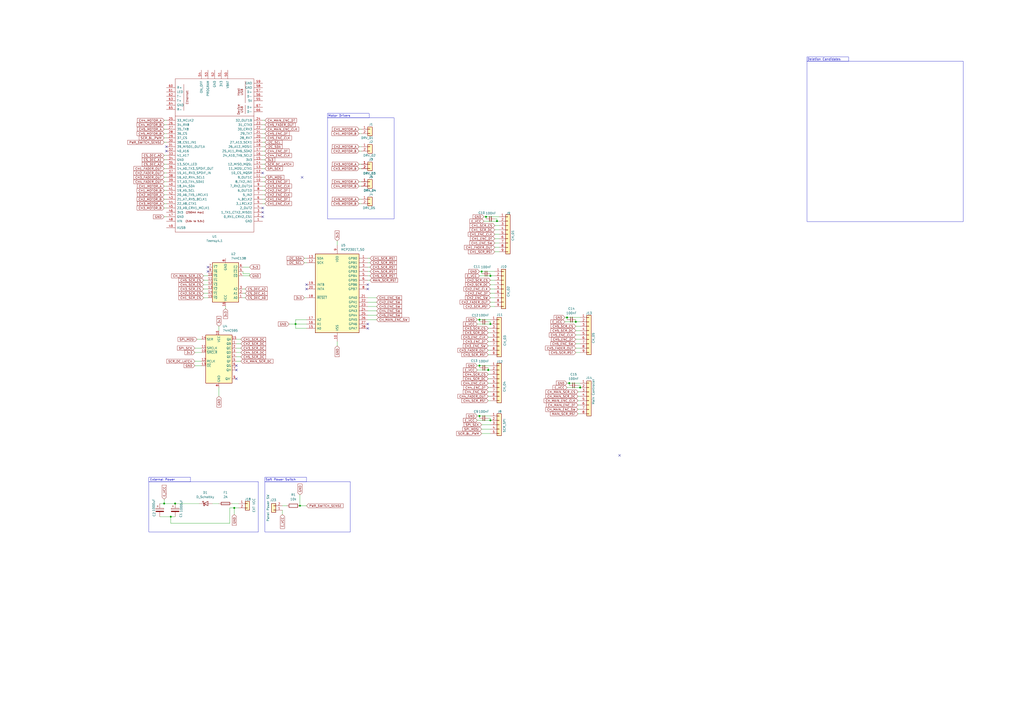
<source format=kicad_sch>
(kicad_sch (version 20250114) (generator "eeschema") (generator_version "9.0")
  (paper "A2")
  (title_block (title "FaderFlow Arduino Shield") (date "mar. 31 mars 2015"))
  (rectangle (start 468.122 33.02) (end 492.252 35.56))
  (rectangle (start 189.992 65.786) (end 214.122 68.326))
  (rectangle (start 86.36 279.4) (end 149.86 308.61))
  (rectangle (start 153.67 276.86) (end 177.8 279.4))
  (rectangle (start 189.992 68.326) (end 228.6 127))
  (rectangle (start 468.122 35.56) (end 558.8 128.524))
  (rectangle (start 86.36 276.86) (end 110.49 279.4))
  (rectangle (start 153.67 279.4) (end 203.2 308.61))
  (text "External Power" (at 94.234 278.384 0) (effects (font (size 1.27 1.27))))
  (text "Deletion Candidates" (at 478.028 34.544 0) (effects (font (size 1.27 1.27))))
  (text "Soft Power Switch" (at 162.814 278.384 0) (effects (font (size 1.27 1.27))))
  (text "Motor Drivers" (at 196.85 67.31 0) (effects (font (size 1.27 1.27))))
  (junction (at 284.48 160.02))
  (junction (at 330.2 222.25))
  (junction (at 328.93 184.15))
  (junction (at 281.94 125.73))
  (junction (at 278.13 241.3))
  (junction (at 278.13 212.09))
  (junction (at 284.48 243.84))
  (junction (at 95.25 292.1))
  (junction (at 336.55 224.79))
  (junction (at 135.89 294.64))
  (junction (at 284.48 187.96))
  (junction (at 173.99 293.37))
  (junction (at 278.13 185.42))
  (junction (at 288.29 128.27))
  (junction (at 334.01 186.69))
  (junction (at 283.21 214.63))
  (junction (at 101.6 292.1))
  (junction (at 99.06 299.72))
  (junction (at 279.4 157.48))
  (junction (at 171.45 187.96))
  (no_connect (at 152.4 120.65))
  (no_connect (at 175.26 102.87))
  (no_connect (at 359.41 264.16))
  (no_connect (at 177.8 165.1))
  (no_connect (at 137.16 212.09))
  (no_connect (at 96.52 87.63))
  (no_connect (at 96.52 85.09))
  (no_connect (at 120.65 154.94))
  (no_connect (at 152.4 125.73))
  (no_connect (at 137.16 214.63))
  (no_connect (at 177.8 167.64))
  (no_connect (at 213.36 167.64))
  (no_connect (at 213.36 165.1))
  (no_connect (at 213.36 190.5))
  (no_connect (at 152.4 123.19))
  (no_connect (at 152.4 100.33))
  (no_connect (at 213.36 187.96))
  (no_connect (at 137.16 219.71))
  (no_connect (at 120.65 157.48))
  (wire (pts (xy 334.01 189.23) (xy 336.55 189.23)))
  (wire (pts (xy 287.02 127) (xy 288.29 127)))
  (wire (pts (xy 213.36 157.48) (xy 214.63 157.48)))
  (wire (pts (xy 95.25 100.33) (xy 96.52 100.33)))
  (wire (pts (xy 130.81 177.8) (xy 130.81 179.07)))
  (wire (pts (xy 287.02 135.89) (xy 289.56 135.89)))
  (wire (pts (xy 171.45 187.96) (xy 171.45 185.42)))
  (wire (pts (xy 95.25 292.1) (xy 101.6 292.1)))
  (wire (pts (xy 113.03 201.93) (xy 116.84 201.93)))
  (wire (pts (xy 95.25 125.73) (xy 96.52 125.73)))
  (wire (pts (xy 152.4 87.63) (xy 153.67 87.63)))
  (wire (pts (xy 137.16 196.85) (xy 139.7 196.85)))
  (wire (pts (xy 208.28 87.63) (xy 209.55 87.63)))
  (wire (pts (xy 283.21 193.04) (xy 284.48 193.04)))
  (wire (pts (xy 334.01 199.39) (xy 336.55 199.39)))
  (wire (pts (xy 152.4 113.03) (xy 153.67 113.03)))
  (wire (pts (xy 287.02 130.81) (xy 289.56 130.81)))
  (wire (pts (xy 284.48 170.18) (xy 287.02 170.18)))
  (wire (pts (xy 330.2 222.25) (xy 330.2 223.52)))
  (wire (pts (xy 213.36 182.88) (xy 218.44 182.88)))
  (wire (pts (xy 278.13 241.3) (xy 284.48 241.3)))
  (wire (pts (xy 144.78 158.75) (xy 140.97 158.75)))
  (wire (pts (xy 208.28 74.93) (xy 209.55 74.93)))
  (wire (pts (xy 283.21 222.25) (xy 284.48 222.25)))
  (wire (pts (xy 140.97 170.18) (xy 142.24 170.18)))
  (wire (pts (xy 99.06 299.72) (xy 99.06 303.53)))
  (wire (pts (xy 327.66 186.69) (xy 334.01 186.69)))
  (wire (pts (xy 152.4 102.87) (xy 153.67 102.87)))
  (wire (pts (xy 328.93 184.15) (xy 328.93 185.42)))
  (wire (pts (xy 213.36 185.42) (xy 218.44 185.42)))
  (wire (pts (xy 284.48 172.72) (xy 287.02 172.72)))
  (wire (pts (xy 276.86 185.42) (xy 278.13 185.42)))
  (wire (pts (xy 208.28 115.57) (xy 209.55 115.57)))
  (wire (pts (xy 283.21 229.87) (xy 284.48 229.87)))
  (wire (pts (xy 276.86 187.96) (xy 284.48 187.96)))
  (wire (pts (xy 144.78 160.02) (xy 140.97 160.02)))
  (wire (pts (xy 334.01 194.31) (xy 336.55 194.31)))
  (wire (pts (xy 113.03 204.47) (xy 116.84 204.47)))
  (wire (pts (xy 195.58 139.7) (xy 195.58 142.24)))
  (wire (pts (xy 95.25 82.55) (xy 96.52 82.55)))
  (wire (pts (xy 283.21 198.12) (xy 284.48 198.12)))
  (wire (pts (xy 176.53 149.86) (xy 177.8 149.86)))
  (wire (pts (xy 278.13 185.42) (xy 278.13 186.69)))
  (wire (pts (xy 284.48 165.1) (xy 287.02 165.1)))
  (wire (pts (xy 152.4 115.57) (xy 153.67 115.57)))
  (wire (pts (xy 135.89 294.64) (xy 135.89 298.45)))
  (wire (pts (xy 213.36 162.56) (xy 214.63 162.56)))
  (wire (pts (xy 276.86 241.3) (xy 278.13 241.3)))
  (wire (pts (xy 152.4 74.93) (xy 153.67 74.93)))
  (wire (pts (xy 334.01 204.47) (xy 336.55 204.47)))
  (wire (pts (xy 208.28 97.79) (xy 209.55 97.79)))
  (wire (pts (xy 173.99 293.37) (xy 177.8 293.37)))
  (wire (pts (xy 335.28 237.49) (xy 336.55 237.49)))
  (wire (pts (xy 101.6 292.1) (xy 115.57 292.1)))
  (wire (pts (xy 281.94 125.73) (xy 289.56 125.73)))
  (wire (pts (xy 335.28 223.52) (xy 336.55 223.52)))
  (wire (pts (xy 152.4 105.41) (xy 153.67 105.41)))
  (wire (pts (xy 328.93 184.15) (xy 336.55 184.15)))
  (wire (pts (xy 213.36 175.26) (xy 218.44 175.26)))
  (wire (pts (xy 118.11 162.56) (xy 120.65 162.56)))
  (wire (pts (xy 213.36 180.34) (xy 218.44 180.34)))
  (wire (pts (xy 327.66 184.15) (xy 328.93 184.15)))
  (wire (pts (xy 283.21 195.58) (xy 284.48 195.58)))
  (wire (pts (xy 95.25 95.25) (xy 96.52 95.25)))
  (wire (pts (xy 208.28 77.47) (xy 209.55 77.47)))
  (wire (pts (xy 208.28 95.25) (xy 209.55 95.25)))
  (wire (pts (xy 163.83 293.37) (xy 166.37 293.37)))
  (wire (pts (xy 278.13 157.48) (xy 279.4 157.48)))
  (wire (pts (xy 167.64 187.96) (xy 171.45 187.96)))
  (wire (pts (xy 92.71 292.1) (xy 95.25 292.1)))
  (wire (pts (xy 95.25 80.01) (xy 96.52 80.01)))
  (wire (pts (xy 278.13 160.02) (xy 284.48 160.02)))
  (wire (pts (xy 95.25 120.65) (xy 96.52 120.65)))
  (wire (pts (xy 284.48 177.8) (xy 287.02 177.8)))
  (wire (pts (xy 177.8 190.5) (xy 171.45 190.5)))
  (wire (pts (xy 284.48 167.64) (xy 287.02 167.64)))
  (wire (pts (xy 283.21 190.5) (xy 284.48 190.5)))
  (wire (pts (xy 152.4 82.55) (xy 153.67 82.55)))
  (wire (pts (xy 95.25 110.49) (xy 96.52 110.49)))
  (wire (pts (xy 95.25 69.85) (xy 96.52 69.85)))
  (wire (pts (xy 152.4 118.11) (xy 153.67 118.11)))
  (wire (pts (xy 95.25 72.39) (xy 96.52 72.39)))
  (wire (pts (xy 335.28 232.41) (xy 336.55 232.41)))
  (wire (pts (xy 334.01 185.42) (xy 334.01 186.69)))
  (wire (pts (xy 127 189.23) (xy 127 191.77)))
  (wire (pts (xy 118.11 167.64) (xy 120.65 167.64)))
  (wire (pts (xy 95.25 118.11) (xy 96.52 118.11)))
  (wire (pts (xy 213.36 152.4) (xy 214.63 152.4)))
  (wire (pts (xy 276.86 243.84) (xy 284.48 243.84)))
  (wire (pts (xy 208.28 85.09) (xy 209.55 85.09)))
  (wire (pts (xy 118.11 170.18) (xy 120.65 170.18)))
  (wire (pts (xy 279.4 157.48) (xy 279.4 158.75)))
  (wire (pts (xy 92.71 299.72) (xy 99.06 299.72)))
  (wire (pts (xy 288.29 128.27) (xy 289.56 128.27)))
  (wire (pts (xy 335.28 234.95) (xy 336.55 234.95)))
  (wire (pts (xy 284.48 186.69) (xy 284.48 187.96)))
  (wire (pts (xy 195.58 198.12) (xy 195.58 200.66)))
  (wire (pts (xy 213.36 172.72) (xy 218.44 172.72)))
  (wire (pts (xy 328.93 222.25) (xy 330.2 222.25)))
  (wire (pts (xy 152.4 80.01) (xy 153.67 80.01)))
  (wire (pts (xy 328.93 224.79) (xy 336.55 224.79)))
  (wire (pts (xy 336.55 223.52) (xy 336.55 224.79)))
  (wire (pts (xy 118.11 165.1) (xy 120.65 165.1)))
  (wire (pts (xy 140.97 167.64) (xy 142.24 167.64)))
  (wire (pts (xy 152.4 69.85) (xy 153.67 69.85)))
  (wire (pts (xy 152.4 97.79) (xy 153.67 97.79)))
  (wire (pts (xy 152.4 90.17) (xy 153.67 90.17)))
  (wire (pts (xy 173.99 287.02) (xy 173.99 293.37)))
  (wire (pts (xy 152.4 107.95) (xy 153.67 107.95)))
  (wire (pts (xy 283.21 214.63) (xy 284.48 214.63)))
  (wire (pts (xy 283.21 217.17) (xy 284.48 217.17)))
  (wire (pts (xy 280.67 125.73) (xy 281.94 125.73)))
  (wire (pts (xy 140.97 154.94) (xy 144.78 154.94)))
  (wire (pts (xy 287.02 133.35) (xy 289.56 133.35)))
  (wire (pts (xy 99.06 299.72) (xy 101.6 299.72)))
  (wire (pts (xy 95.25 107.95) (xy 96.52 107.95)))
  (wire (pts (xy 287.02 138.43) (xy 289.56 138.43)))
  (wire (pts (xy 283.21 186.69) (xy 284.48 186.69)))
  (wire (pts (xy 284.48 248.92) (xy 279.4 248.92)))
  (wire (pts (xy 284.48 162.56) (xy 287.02 162.56)))
  (wire (pts (xy 213.36 177.8) (xy 218.44 177.8)))
  (wire (pts (xy 278.13 241.3) (xy 278.13 242.57)))
  (wire (pts (xy 118.11 172.72) (xy 120.65 172.72)))
  (wire (pts (xy 279.4 157.48) (xy 287.02 157.48)))
  (wire (pts (xy 95.25 115.57) (xy 96.52 115.57)))
  (wire (pts (xy 152.4 95.25) (xy 153.67 95.25)))
  (wire (pts (xy 137.16 209.55) (xy 139.7 209.55)))
  (wire (pts (xy 330.2 222.25) (xy 336.55 222.25)))
  (wire (pts (xy 284.48 246.38) (xy 279.4 246.38)))
  (wire (pts (xy 335.28 227.33) (xy 336.55 227.33)))
  (wire (pts (xy 137.16 204.47) (xy 139.7 204.47)))
  (wire (pts (xy 335.28 229.87) (xy 336.55 229.87)))
  (wire (pts (xy 95.25 77.47) (xy 96.52 77.47)))
  (wire (pts (xy 283.21 232.41) (xy 284.48 232.41)))
  (wire (pts (xy 213.36 154.94) (xy 214.63 154.94)))
  (wire (pts (xy 152.4 77.47) (xy 153.67 77.47)))
  (wire (pts (xy 278.13 212.09) (xy 278.13 213.36)))
  (wire (pts (xy 95.25 113.03) (xy 96.52 113.03)))
  (wire (pts (xy 276.86 214.63) (xy 283.21 214.63)))
  (wire (pts (xy 287.02 143.51) (xy 289.56 143.51)))
  (wire (pts (xy 284.48 175.26) (xy 287.02 175.26)))
  (wire (pts (xy 278.13 185.42) (xy 284.48 185.42)))
  (wire (pts (xy 99.06 303.53) (xy 133.35 303.53)))
  (wire (pts (xy 278.13 212.09) (xy 284.48 212.09)))
  (wire (pts (xy 144.78 158.75) (xy 144.78 160.02)))
  (wire (pts (xy 208.28 107.95) (xy 209.55 107.95)))
  (wire (pts (xy 95.25 102.87) (xy 96.52 102.87)))
  (wire (pts (xy 95.25 90.17) (xy 96.52 90.17)))
  (wire (pts (xy 334.01 201.93) (xy 336.55 201.93)))
  (wire (pts (xy 140.97 158.75) (xy 140.97 157.48)))
  (wire (pts (xy 283.21 203.2) (xy 284.48 203.2)))
  (wire (pts (xy 152.4 92.71) (xy 153.67 92.71)))
  (wire (pts (xy 152.4 110.49) (xy 153.67 110.49)))
  (wire (pts (xy 176.53 172.72) (xy 177.8 172.72)))
  (wire (pts (xy 95.25 74.93) (xy 96.52 74.93)))
  (wire (pts (xy 283.21 224.79) (xy 284.48 224.79)))
  (wire (pts (xy 334.01 196.85) (xy 336.55 196.85)))
  (wire (pts (xy 213.36 160.02) (xy 214.63 160.02)))
  (wire (pts (xy 284.48 251.46) (xy 279.4 251.46)))
  (wire (pts (xy 283.21 227.33) (xy 284.48 227.33)))
  (wire (pts (xy 283.21 213.36) (xy 283.21 214.63)))
  (wire (pts (xy 137.16 199.39) (xy 139.7 199.39)))
  (wire (pts (xy 123.19 292.1) (xy 127 292.1)))
  (wire (pts (xy 283.21 242.57) (xy 284.48 242.57)))
  (wire (pts (xy 135.89 294.64) (xy 138.43 294.64)))
  (wire (pts (xy 152.4 85.09) (xy 153.67 85.09)))
  (wire (pts (xy 287.02 140.97) (xy 289.56 140.97)))
  (wire (pts (xy 134.62 292.1) (xy 138.43 292.1)))
  (wire (pts (xy 163.83 295.91) (xy 163.83 298.45)))
  (wire (pts (xy 113.03 212.09) (xy 116.84 212.09)))
  (wire (pts (xy 213.36 149.86) (xy 214.63 149.86)))
  (wire (pts (xy 140.97 172.72) (xy 142.24 172.72)))
  (wire (pts (xy 334.01 186.69) (xy 336.55 186.69)))
  (wire (pts (xy 287.02 146.05) (xy 289.56 146.05)))
  (wire (pts (xy 114.3 196.85) (xy 116.84 196.85)))
  (wire (pts (xy 284.48 242.57) (xy 284.48 243.84)))
  (wire (pts (xy 280.67 128.27) (xy 288.29 128.27)))
  (wire (pts (xy 176.53 152.4) (xy 177.8 152.4)))
  (wire (pts (xy 118.11 160.02) (xy 120.65 160.02)))
  (wire (pts (xy 133.35 303.53) (xy 133.35 294.64)))
  (wire (pts (xy 284.48 158.75) (xy 284.48 160.02)))
  (wire (pts (xy 152.4 72.39) (xy 153.67 72.39)))
  (wire (pts (xy 281.94 125.73) (xy 281.94 127)))
  (wire (pts (xy 95.25 92.71) (xy 96.52 92.71)))
  (wire (pts (xy 137.16 207.01) (xy 139.7 207.01)))
  (wire (pts (xy 208.28 118.11) (xy 209.55 118.11)))
  (wire (pts (xy 95.25 105.41) (xy 96.52 105.41)))
  (wire (pts (xy 334.01 191.77) (xy 336.55 191.77)))
  (wire (pts (xy 95.25 289.56) (xy 95.25 292.1)))
  (wire (pts (xy 137.16 201.93) (xy 139.7 201.93)))
  (wire (pts (xy 335.28 240.03) (xy 336.55 240.03)))
  (wire (pts (xy 113.03 209.55) (xy 116.84 209.55)))
  (wire (pts (xy 283.21 200.66) (xy 284.48 200.66)))
  (wire (pts (xy 276.86 212.09) (xy 278.13 212.09)))
  (wire (pts (xy 95.25 97.79) (xy 96.52 97.79)))
  (wire (pts (xy 127 224.79) (xy 127 229.87)))
  (wire (pts (xy 208.28 105.41) (xy 209.55 105.41)))
  (wire (pts (xy 171.45 185.42) (xy 177.8 185.42)))
  (wire (pts (xy 171.45 190.5) (xy 171.45 187.96)))
  (wire (pts (xy 171.45 187.96) (xy 177.8 187.96)))
  (wire (pts (xy 283.21 219.71) (xy 284.48 219.71)))
  (wire (pts (xy 133.35 294.64) (xy 135.89 294.64)))
  (wire (pts (xy 288.29 127) (xy 288.29 128.27)))
  (wire (pts (xy 283.21 205.74) (xy 284.48 205.74)))
  (wire (pts (xy 284.48 160.02) (xy 287.02 160.02)))
  (global_label "E_VCC" (shape input) (at 95.25 289.56 90) (property "Intersheetrefs" "${INTERSHEET_REFS}" (effects (hide yes))))
  (global_label "CH3_FADER_OUT" (shape input) (at 283.21 203.2 180) (property "Intersheetrefs" "${INTERSHEET_REFS}" (effects (hide yes))))
  (global_label "CH4_FADER_OUT" (shape input) (at 283.21 229.87 180) (property "Intersheetrefs" "${INTERSHEET_REFS}" (effects (hide yes))))
  (global_label "CH5_FADER_OUT" (shape input) (at 334.01 201.93 180) (property "Intersheetrefs" "${INTERSHEET_REFS}" (effects (hide yes))))
  (global_label "CH2_FADER_OUT" (shape input) (at 284.48 175.26 180) (property "Intersheetrefs" "${INTERSHEET_REFS}" (effects (hide yes))))
  (global_label "CH1_FADER_OUT" (shape input) (at 287.02 143.51 180) (property "Intersheetrefs" "${INTERSHEET_REFS}" (effects (hide yes))))
  (global_label "GND" (shape input) (at 195.58 200.66 270) (property "Intersheetrefs" "${INTERSHEET_REFS}" (effects (hide yes))))
  (global_label "E_VCC" (shape input) (at 328.93 224.79 180) (property "Intersheetrefs" "${INTERSHEET_REFS}" (effects (hide yes))))
  (global_label "GND" (shape input) (at 276.86 185.42 180) (property "Intersheetrefs" "${INTERSHEET_REFS}" (effects (hide yes))))
  (global_label "GND" (shape input) (at 95.25 125.73 180) (property "Intersheetrefs" "${INTERSHEET_REFS}" (effects (hide yes))))
  (global_label "CH5_SCR_CS" (shape input) (at 118.11 162.56 180) (property "Intersheetrefs" "${INTERSHEET_REFS}" (effects (hide yes))))
  (global_label "CH_MAIN_SCR_CS" (shape input) (at 118.11 160.02 180) (property "Intersheetrefs" "${INTERSHEET_REFS}" (effects (hide yes))))
  (global_label "CH4_SCR_CS" (shape input) (at 118.11 165.1 180) (property "Intersheetrefs" "${INTERSHEET_REFS}" (effects (hide yes))))
  (global_label "CH3_SCR_CS" (shape input) (at 118.11 167.64 180) (property "Intersheetrefs" "${INTERSHEET_REFS}" (effects (hide yes))))
  (global_label "CH2_SCR_CS" (shape input) (at 118.11 170.18 180) (property "Intersheetrefs" "${INTERSHEET_REFS}" (effects (hide yes))))
  (global_label "CH1_SCR_CS" (shape input) (at 118.11 172.72 180) (property "Intersheetrefs" "${INTERSHEET_REFS}" (effects (hide yes))))
  (global_label "SPI_SCK" (shape input) (at 113.03 201.93 180) (property "Intersheetrefs" "${INTERSHEET_REFS}" (effects (hide yes))))
  (global_label "CS_DEC_A2" (shape input) (at 142.24 167.64 0) (property "Intersheetrefs" "${INTERSHEET_REFS}" (effects (hide yes))))
  (global_label "GND" (shape input) (at 328.93 222.25 180) (property "Intersheetrefs" "${INTERSHEET_REFS}" (effects (hide yes))))
  (global_label "CH5_ENC_DT" (shape input) (at 153.67 77.47 0) (property "Intersheetrefs" "${INTERSHEET_REFS}" (effects (hide yes))))
  (global_label "CH4_ENC_CLK" (shape input) (at 153.67 90.17 0) (property "Intersheetrefs" "${INTERSHEET_REFS}" (effects (hide yes))))
  (global_label "CH2_ENC_CLK" (shape input) (at 153.67 113.03 0) (property "Intersheetrefs" "${INTERSHEET_REFS}" (effects (hide yes))))
  (global_label "CH3_ENC_DT" (shape input) (at 153.67 105.41 0) (property "Intersheetrefs" "${INTERSHEET_REFS}" (effects (hide yes))))
  (global_label "CH1_ENC_DT" (shape input) (at 153.67 115.57 0) (property "Intersheetrefs" "${INTERSHEET_REFS}" (effects (hide yes))))
  (global_label "GND" (shape input) (at 173.99 287.02 90) (property "Intersheetrefs" "${INTERSHEET_REFS}" (effects (hide yes))))
  (global_label "PWR_SWITCH_SENSE" (shape input) (at 177.8 293.37 0) (property "Intersheetrefs" "${INTERSHEET_REFS}" (effects (hide yes))))
  (global_label "E_VCC" (shape input) (at 163.83 298.45 270) (property "Intersheetrefs" "${INTERSHEET_REFS}" (effects (hide yes))))
  (global_label "GND" (shape input) (at 113.03 212.09 180) (property "Intersheetrefs" "${INTERSHEET_REFS}" (effects (hide yes))))
  (global_label "CH1_FADER_OUT" (shape input) (at 95.25 97.79 180) (property "Intersheetrefs" "${INTERSHEET_REFS}" (effects (hide yes))))
  (global_label "CH2_FADER_OUT" (shape input) (at 95.25 100.33 180) (property "Intersheetrefs" "${INTERSHEET_REFS}" (effects (hide yes))))
  (global_label "CH3_FADER_OUT" (shape input) (at 95.25 102.87 180) (property "Intersheetrefs" "${INTERSHEET_REFS}" (effects (hide yes))))
  (global_label "CH4_FADER_OUT" (shape input) (at 95.25 105.41 180) (property "Intersheetrefs" "${INTERSHEET_REFS}" (effects (hide yes))))
  (global_label "CH5_FADER_OUT" (shape input) (at 153.67 72.39 0) (property "Intersheetrefs" "${INTERSHEET_REFS}" (effects (hide yes))))
  (global_label "CH_MAIN_ENC_DT" (shape input) (at 153.67 69.85 0) (property "Intersheetrefs" "${INTERSHEET_REFS}" (effects (hide yes))))
  (global_label "CH_MAIN_ENC_CLK" (shape input) (at 153.67 74.93 0) (property "Intersheetrefs" "${INTERSHEET_REFS}" (effects (hide yes))))
  (global_label "I2C_SCL" (shape input) (at 153.67 82.55 0) (property "Intersheetrefs" "${INTERSHEET_REFS}" (effects (hide yes))))
  (global_label "I2C_SDA" (shape input) (at 176.53 149.86 180) (property "Intersheetrefs" "${INTERSHEET_REFS}" (effects (hide yes))))
  (global_label "MAIN_SCR_RST" (shape input) (at 335.28 240.03 180) (property "Intersheetrefs" "${INTERSHEET_REFS}" (effects (hide yes))))
  (global_label "SPI_MOSI" (shape input) (at 279.4 248.92 180) (property "Intersheetrefs" "${INTERSHEET_REFS}" (effects (hide yes))))
  (global_label "SCR_DC_LATCH" (shape input) (at 153.67 95.25 0) (property "Intersheetrefs" "${INTERSHEET_REFS}" (effects (hide yes))))
  (global_label "CH5_SCR_RST" (shape input) (at 334.01 204.47 180) (property "Intersheetrefs" "${INTERSHEET_REFS}" (effects (hide yes))))
  (global_label "GND" (shape input) (at 144.78 160.02 0) (property "Intersheetrefs" "${INTERSHEET_REFS}" (effects (hide yes))))
  (global_label "3v3" (shape input) (at 144.78 154.94 0) (property "Intersheetrefs" "${INTERSHEET_REFS}" (effects (hide yes))))
  (global_label "3v3" (shape input) (at 127 189.23 90) (property "Intersheetrefs" "${INTERSHEET_REFS}" (effects (hide yes))))
  (global_label "MAIN_SCR_RST" (shape input) (at 214.63 162.56 0) (property "Intersheetrefs" "${INTERSHEET_REFS}" (effects (hide yes))))
  (global_label "E_VCC" (shape input) (at 276.86 243.84 180) (property "Intersheetrefs" "${INTERSHEET_REFS}" (effects (hide yes))))
  (global_label "CS_DEC_A0" (shape input) (at 142.24 172.72 0) (property "Intersheetrefs" "${INTERSHEET_REFS}" (effects (hide yes))))
  (global_label "E_VCC" (shape input) (at 280.67 128.27 180) (property "Intersheetrefs" "${INTERSHEET_REFS}" (effects (hide yes))))
  (global_label "GND" (shape input) (at 278.13 157.48 180) (property "Intersheetrefs" "${INTERSHEET_REFS}" (effects (hide yes))))
  (global_label "GND" (shape input) (at 276.86 212.09 180) (property "Intersheetrefs" "${INTERSHEET_REFS}" (effects (hide yes))))
  (global_label "CH3_MOTOR_A" (shape input) (at 95.25 118.11 180) (property "Intersheetrefs" "${INTERSHEET_REFS}" (effects (hide yes))))
  (global_label "CH1_MOTOR_A" (shape input) (at 95.25 107.95 180) (property "Intersheetrefs" "${INTERSHEET_REFS}" (effects (hide yes))))
  (global_label "CH1_MOTOR_B" (shape input) (at 95.25 110.49 180) (property "Intersheetrefs" "${INTERSHEET_REFS}" (effects (hide yes))))
  (global_label "CH2_MOTOR_A" (shape input) (at 95.25 113.03 180) (property "Intersheetrefs" "${INTERSHEET_REFS}" (effects (hide yes))))
  (global_label "CH3_MOTOR_B" (shape input) (at 95.25 120.65 180) (property "Intersheetrefs" "${INTERSHEET_REFS}" (effects (hide yes))))
  (global_label "SCR_BL_PWM" (shape input) (at 95.25 80.01 180) (property "Intersheetrefs" "${INTERSHEET_REFS}" (effects (hide yes))))
  (global_label "CH2_MOTOR_B" (shape input) (at 95.25 115.57 180) (property "Intersheetrefs" "${INTERSHEET_REFS}" (effects (hide yes))))
  (global_label "CH4_MOTOR_A" (shape input) (at 95.25 69.85 180) (property "Intersheetrefs" "${INTERSHEET_REFS}" (effects (hide yes))))
  (global_label "CH5_MOTOR_A" (shape input) (at 95.25 74.93 180) (property "Intersheetrefs" "${INTERSHEET_REFS}" (effects (hide yes))))
  (global_label "CH5_MOTOR_B" (shape input) (at 95.25 77.47 180) (property "Intersheetrefs" "${INTERSHEET_REFS}" (effects (hide yes))))
  (global_label "CH4_MOTOR_B" (shape input) (at 95.25 72.39 180) (property "Intersheetrefs" "${INTERSHEET_REFS}" (effects (hide yes))))
  (global_label "PWR_SWITCH_SENSE" (shape input) (at 95.25 82.55 180) (property "Intersheetrefs" "${INTERSHEET_REFS}" (effects (hide yes))))
  (global_label "CH2_ENC_SW" (shape input) (at 218.44 175.26 0) (property "Intersheetrefs" "${INTERSHEET_REFS}" (effects (hide yes))))
  (global_label "CH3_ENC_SW" (shape input) (at 218.44 177.8 0) (property "Intersheetrefs" "${INTERSHEET_REFS}" (effects (hide yes))))
  (global_label "CH1_ENC_SW" (shape input) (at 218.44 172.72 0) (property "Intersheetrefs" "${INTERSHEET_REFS}" (effects (hide yes))))
  (global_label "CH4_ENC_SW" (shape input) (at 218.44 180.34 0) (property "Intersheetrefs" "${INTERSHEET_REFS}" (effects (hide yes))))
  (global_label "CH5_ENC_SW" (shape input) (at 218.44 182.88 0) (property "Intersheetrefs" "${INTERSHEET_REFS}" (effects (hide yes))))
  (global_label "CH_MAIN_ENC_SW" (shape input) (at 218.44 185.42 0) (property "Intersheetrefs" "${INTERSHEET_REFS}" (effects (hide yes))))
  (global_label "CH4_SCR_CS" (shape input) (at 283.21 217.17 180) (property "Intersheetrefs" "${INTERSHEET_REFS}" (effects (hide yes))))
  (global_label "CH3_SCR_CS" (shape input) (at 283.21 190.5 180) (property "Intersheetrefs" "${INTERSHEET_REFS}" (effects (hide yes))))
  (global_label "CH5_SCR_CS" (shape input) (at 334.01 189.23 180) (property "Intersheetrefs" "${INTERSHEET_REFS}" (effects (hide yes))))
  (global_label "CH2_SCR_CS" (shape input) (at 284.48 162.56 180) (property "Intersheetrefs" "${INTERSHEET_REFS}" (effects (hide yes))))
  (global_label "CH1_SCR_CS" (shape input) (at 287.02 130.81 180) (property "Intersheetrefs" "${INTERSHEET_REFS}" (effects (hide yes))))
  (global_label "CH3_SCR_RST" (shape input) (at 283.21 205.74 180) (property "Intersheetrefs" "${INTERSHEET_REFS}" (effects (hide yes))))
  (global_label "3v3" (shape input) (at 176.53 172.72 180) (property "Intersheetrefs" "${INTERSHEET_REFS}" (effects (hide yes))))
  (global_label "I2C_SCL" (shape input) (at 176.53 152.4 180) (property "Intersheetrefs" "${INTERSHEET_REFS}" (effects (hide yes))))
  (global_label "GND" (shape input) (at 276.86 241.3 180) (property "Intersheetrefs" "${INTERSHEET_REFS}" (effects (hide yes))))
  (global_label "CH2_SCR_RST" (shape input) (at 284.48 177.8 180) (property "Intersheetrefs" "${INTERSHEET_REFS}" (effects (hide yes))))
  (global_label "CH1_SCR_RST" (shape input) (at 287.02 146.05 180) (property "Intersheetrefs" "${INTERSHEET_REFS}" (effects (hide yes))))
  (global_label "CH3_ENC_SW" (shape input) (at 283.21 200.66 180) (property "Intersheetrefs" "${INTERSHEET_REFS}" (effects (hide yes))))
  (global_label "CH3_ENC_CLK" (shape input) (at 283.21 195.58 180) (property "Intersheetrefs" "${INTERSHEET_REFS}" (effects (hide yes))))
  (global_label "CH3_ENC_DT" (shape input) (at 283.21 198.12 180) (property "Intersheetrefs" "${INTERSHEET_REFS}" (effects (hide yes))))
  (global_label "CH4_ENC_SW" (shape input) (at 283.21 227.33 180) (property "Intersheetrefs" "${INTERSHEET_REFS}" (effects (hide yes))))
  (global_label "CH4_SCR_DC" (shape input) (at 283.21 219.71 180) (property "Intersheetrefs" "${INTERSHEET_REFS}" (effects (hide yes))))
  (global_label "CH4_ENC_CLK" (shape input) (at 283.21 222.25 180) (property "Intersheetrefs" "${INTERSHEET_REFS}" (effects (hide yes))))
  (global_label "CH4_ENC_DT" (shape input) (at 283.21 224.79 180) (property "Intersheetrefs" "${INTERSHEET_REFS}" (effects (hide yes))))
  (global_label "CH3_SCR_DC" (shape input) (at 283.21 193.04 180) (property "Intersheetrefs" "${INTERSHEET_REFS}" (effects (hide yes))))
  (global_label "CH5_ENC_CLK" (shape input) (at 334.01 194.31 180) (property "Intersheetrefs" "${INTERSHEET_REFS}" (effects (hide yes))))
  (global_label "CH5_ENC_DT" (shape input) (at 334.01 196.85 180) (property "Intersheetrefs" "${INTERSHEET_REFS}" (effects (hide yes))))
  (global_label "CH5_ENC_SW" (shape input) (at 334.01 199.39 180) (property "Intersheetrefs" "${INTERSHEET_REFS}" (effects (hide yes))))
  (global_label "CH5_SCR_DC" (shape input) (at 334.01 191.77 180) (property "Intersheetrefs" "${INTERSHEET_REFS}" (effects (hide yes))))
  (global_label "CH2_SCR_DC" (shape input) (at 284.48 165.1 180) (property "Intersheetrefs" "${INTERSHEET_REFS}" (effects (hide yes))))
  (global_label "CH2_ENC_DT" (shape input) (at 284.48 170.18 180) (property "Intersheetrefs" "${INTERSHEET_REFS}" (effects (hide yes))))
  (global_label "CH2_ENC_CLK" (shape input) (at 284.48 167.64 180) (property "Intersheetrefs" "${INTERSHEET_REFS}" (effects (hide yes))))
  (global_label "CH2_ENC_SW" (shape input) (at 284.48 172.72 180) (property "Intersheetrefs" "${INTERSHEET_REFS}" (effects (hide yes))))
  (global_label "CH1_SCR_DC" (shape input) (at 287.02 133.35 180) (property "Intersheetrefs" "${INTERSHEET_REFS}" (effects (hide yes))))
  (global_label "CH1_ENC_CLK" (shape input) (at 287.02 135.89 180) (property "Intersheetrefs" "${INTERSHEET_REFS}" (effects (hide yes))))
  (global_label "CH1_ENC_DT" (shape input) (at 287.02 138.43 180) (property "Intersheetrefs" "${INTERSHEET_REFS}" (effects (hide yes))))
  (global_label "CH1_ENC_SW" (shape input) (at 287.02 140.97 180) (property "Intersheetrefs" "${INTERSHEET_REFS}" (effects (hide yes))))
  (global_label "3v3" (shape input) (at 113.03 204.47 180) (property "Intersheetrefs" "${INTERSHEET_REFS}" (effects (hide yes))))
  (global_label "CS_DEC_A1" (shape input) (at 142.24 170.18 0) (property "Intersheetrefs" "${INTERSHEET_REFS}" (effects (hide yes))))
  (global_label "SPI_SCK" (shape input) (at 153.67 97.79 0) (property "Intersheetrefs" "${INTERSHEET_REFS}" (effects (hide yes))))
  (global_label "GND" (shape input) (at 327.66 184.15 180) (property "Intersheetrefs" "${INTERSHEET_REFS}" (effects (hide yes))))
  (global_label "GND" (shape input) (at 127 229.87 270) (property "Intersheetrefs" "${INTERSHEET_REFS}" (effects (hide yes))))
  (global_label "CH_MAIN_ENC_CLK" (shape input) (at 335.28 232.41 180) (property "Intersheetrefs" "${INTERSHEET_REFS}" (effects (hide yes))))
  (global_label "CH_MAIN_ENC_SW" (shape input) (at 335.28 237.49 180) (property "Intersheetrefs" "${INTERSHEET_REFS}" (effects (hide yes))))
  (global_label "CH_MAIN_ENC_DT" (shape input) (at 335.28 234.95 180) (property "Intersheetrefs" "${INTERSHEET_REFS}" (effects (hide yes))))
  (global_label "CH_MAIN_SCR_CS" (shape input) (at 335.28 227.33 180) (property "Intersheetrefs" "${INTERSHEET_REFS}" (effects (hide yes))))
  (global_label "CH_MAIN_SCR_DC" (shape input) (at 335.28 229.87 180) (property "Intersheetrefs" "${INTERSHEET_REFS}" (effects (hide yes))))
  (global_label "3v3" (shape input) (at 130.81 179.07 270) (property "Intersheetrefs" "${INTERSHEET_REFS}" (effects (hide yes))))
  (global_label "3v3" (shape input) (at 153.67 92.71 0) (property "Intersheetrefs" "${INTERSHEET_REFS}" (effects (hide yes))))
  (global_label "GND" (shape input) (at 135.89 298.45 270) (property "Intersheetrefs" "${INTERSHEET_REFS}" (effects (hide yes))))
  (global_label "CH4_SCR_RST" (shape input) (at 283.21 232.41 180) (property "Intersheetrefs" "${INTERSHEET_REFS}" (effects (hide yes))))
  (global_label "CH4_SCR_DC" (shape input) (at 139.7 204.47 0) (property "Intersheetrefs" "${INTERSHEET_REFS}" (effects (hide yes))))
  (global_label "CH2_SCR_DC" (shape input) (at 139.7 199.39 0) (property "Intersheetrefs" "${INTERSHEET_REFS}" (effects (hide yes))))
  (global_label "CH5_SCR_DC" (shape input) (at 139.7 207.01 0) (property "Intersheetrefs" "${INTERSHEET_REFS}" (effects (hide yes))))
  (global_label "CH1_SCR_DC" (shape input) (at 139.7 196.85 0) (property "Intersheetrefs" "${INTERSHEET_REFS}" (effects (hide yes))))
  (global_label "CH3_SCR_DC" (shape input) (at 139.7 201.93 0) (property "Intersheetrefs" "${INTERSHEET_REFS}" (effects (hide yes))))
  (global_label "CH_MAIN_SCR_DC" (shape input) (at 139.7 209.55 0) (property "Intersheetrefs" "${INTERSHEET_REFS}" (effects (hide yes))))
  (global_label "E_VCC" (shape input) (at 276.86 214.63 180) (property "Intersheetrefs" "${INTERSHEET_REFS}" (effects (hide yes))))
  (global_label "CH2_MOTOR_B" (shape input) (at 208.28 87.63 180) (property "Intersheetrefs" "${INTERSHEET_REFS}" (effects (hide yes))))
  (global_label "CH3_MOTOR_A" (shape input) (at 208.28 95.25 180) (property "Intersheetrefs" "${INTERSHEET_REFS}" (effects (hide yes))))
  (global_label "CH3_MOTOR_B" (shape input) (at 208.28 97.79 180) (property "Intersheetrefs" "${INTERSHEET_REFS}" (effects (hide yes))))
  (global_label "CH4_MOTOR_A" (shape input) (at 208.28 105.41 180) (property "Intersheetrefs" "${INTERSHEET_REFS}" (effects (hide yes))))
  (global_label "CH2_MOTOR_A" (shape input) (at 208.28 85.09 180) (property "Intersheetrefs" "${INTERSHEET_REFS}" (effects (hide yes))))
  (global_label "CH1_MOTOR_A" (shape input) (at 208.28 74.93 180) (property "Intersheetrefs" "${INTERSHEET_REFS}" (effects (hide yes))))
  (global_label "CH1_MOTOR_B" (shape input) (at 208.28 77.47 180) (property "Intersheetrefs" "${INTERSHEET_REFS}" (effects (hide yes))))
  (global_label "CH4_MOTOR_B" (shape input) (at 208.28 107.95 180) (property "Intersheetrefs" "${INTERSHEET_REFS}" (effects (hide yes))))
  (global_label "CH5_MOTOR_B" (shape input) (at 208.28 118.11 180) (property "Intersheetrefs" "${INTERSHEET_REFS}" (effects (hide yes))))
  (global_label "CH5_MOTOR_A" (shape input) (at 208.28 115.57 180) (property "Intersheetrefs" "${INTERSHEET_REFS}" (effects (hide yes))))
  (global_label "SCR_BL_PWM" (shape input) (at 279.4 251.46 180) (property "Intersheetrefs" "${INTERSHEET_REFS}" (effects (hide yes))))
  (global_label "E_VCC" (shape input) (at 276.86 187.96 180) (property "Intersheetrefs" "${INTERSHEET_REFS}" (effects (hide yes))))
  (global_label "SPI_SCK" (shape input) (at 279.4 246.38 180) (property "Intersheetrefs" "${INTERSHEET_REFS}" (effects (hide yes))))
  (global_label "I2C_SDA" (shape input) (at 153.67 85.09 0) (property "Intersheetrefs" "${INTERSHEET_REFS}" (effects (hide yes))))
  (global_label "CH5_SCR_RST" (shape input) (at 214.63 160.02 0) (property "Intersheetrefs" "${INTERSHEET_REFS}" (effects (hide yes))))
  (global_label "CH1_SCR_RST" (shape input) (at 214.63 149.86 0) (property "Intersheetrefs" "${INTERSHEET_REFS}" (effects (hide yes))))
  (global_label "CH3_SCR_RST" (shape input) (at 214.63 154.94 0) (property "Intersheetrefs" "${INTERSHEET_REFS}" (effects (hide yes))))
  (global_label "CH4_SCR_RST" (shape input) (at 214.63 157.48 0) (property "Intersheetrefs" "${INTERSHEET_REFS}" (effects (hide yes))))
  (global_label "CH2_SCR_RST" (shape input) (at 214.63 152.4 0) (property "Intersheetrefs" "${INTERSHEET_REFS}" (effects (hide yes))))
  (global_label "3v3" (shape input) (at 195.58 139.7 90) (property "Intersheetrefs" "${INTERSHEET_REFS}" (effects (hide yes))))
  (global_label "E_VCC" (shape input) (at 278.13 160.02 180) (property "Intersheetrefs" "${INTERSHEET_REFS}" (effects (hide yes))))
  (global_label "GND" (shape input) (at 280.67 125.73 180) (property "Intersheetrefs" "${INTERSHEET_REFS}" (effects (hide yes))))
  (global_label "CH5_ENC_CLK" (shape input) (at 153.67 80.01 0) (property "Intersheetrefs" "${INTERSHEET_REFS}" (effects (hide yes))))
  (global_label "CH3_ENC_CLK" (shape input) (at 153.67 107.95 0) (property "Intersheetrefs" "${INTERSHEET_REFS}" (effects (hide yes))))
  (global_label "CH4_ENC_DT" (shape input) (at 153.67 87.63 0) (property "Intersheetrefs" "${INTERSHEET_REFS}" (effects (hide yes))))
  (global_label "CH1_ENC_CLK" (shape input) (at 153.67 118.11 0) (property "Intersheetrefs" "${INTERSHEET_REFS}" (effects (hide yes))))
  (global_label "CH2_ENC_DT" (shape input) (at 153.67 110.49 0) (property "Intersheetrefs" "${INTERSHEET_REFS}" (effects (hide yes))))
  (global_label "GND" (shape input) (at 167.64 187.96 180) (property "Intersheetrefs" "${INTERSHEET_REFS}" (effects (hide yes))))
  (global_label "E_VCC" (shape input) (at 327.66 186.69 180) (property "Intersheetrefs" "${INTERSHEET_REFS}" (effects (hide yes))))
  (global_label "SPI_MOSI" (shape input) (at 153.67 102.87 0) (property "Intersheetrefs" "${INTERSHEET_REFS}" (effects (hide yes))))
  (global_label "SPI_MOSI" (shape input) (at 114.3 196.85 180) (property "Intersheetrefs" "${INTERSHEET_REFS}" (effects (hide yes))))
  (global_label "SCR_DC_LATCH" (shape input) (at 113.03 209.55 180) (property "Intersheetrefs" "${INTERSHEET_REFS}" (effects (hide yes))))
  (global_label "CS_DEC_A0" (shape input) (at 95.25 90.17 180) (property "Intersheetrefs" "${INTERSHEET_REFS}" (effects (hide yes))))
  (global_label "CS_DEC_A1" (shape input) (at 95.25 92.71 180) (property "Intersheetrefs" "${INTERSHEET_REFS}" (effects (hide yes))))
  (global_label "CS_DEC_A2" (shape input) (at 95.25 95.25 180) (property "Intersheetrefs" "${INTERSHEET_REFS}" (effects (hide yes))))
  (symbol (lib_id "Connector_Generic:Conn_01x09") (at 341.63 194.31 0) (unit 1)
    (property "Reference" "J13" (at 339.852 181.61 0) (effects (justify left)))
    (property "Value" "CH_05" (at 344.17 199.136 90) (effects (justify left)))
    (property "Footprint" "Connector_PinSocket_2.00mm:PinSocket_1x09_P2.00mm_Vertical" (effects (hide yes)))
    (property "Description" "Generic connector, single row, 01x09, script generated (kicad-library-utils/schlib/autogen/connector/)" (effects (hide yes)))
  )
  (symbol (lib_id "Connector_Generic:Conn_01x02") (at 214.63 95.25 0) (unit 1)
    (property "Reference" "J3" (at 216.408 92.456 0) (effects (justify right)))
    (property "Value" "DRV_03" (at 217.932 100.584 0) (effects (justify right)))
    (property "Footprint" "Connector_PinSocket_2.00mm:PinSocket_1x02_P2.00mm_Vertical" (effects (hide yes)))
    (property "Description" "Generic connector, single row, 01x02, script generated (kicad-library-utils/schlib/autogen/connector/)" (effects (hide yes)))
  )
  (symbol (lib_id "Connector_Generic:Conn_01x02") (at 214.63 74.93 0) (unit 1)
    (property "Reference" "J1" (at 216.408 72.136 0) (effects (justify right)))
    (property "Value" "DRV_01" (at 216.662 80.01 0) (effects (justify right)))
    (property "Footprint" "Connector_PinSocket_2.00mm:PinSocket_1x02_P2.00mm_Vertical" (effects (hide yes)))
    (property "Description" "Generic connector, single row, 01x02, script generated (kicad-library-utils/schlib/autogen/connector/)" (effects (hide yes)))
  )
  (symbol (lib_id "Interface_Expansion:MCP23017_SO") (at 195.58 170.18 0) (unit 1)
    (property "Reference" "U5" (at 197.7233 142.24 0) (effects (justify left)))
    (property "Value" "MCP23017_SO" (at 197.7233 144.78 0) (effects (justify left)))
    (property "Footprint" "Package_SO:SOIC-28W_7.5x17.9mm_P1.27mm" (effects (hide yes)))
    (property "Datasheet" "https://ww1.microchip.com/downloads/aemDocuments/documents/APID/ProductDocuments/DataSheets/MCP23017-Data-Sheet-DS20001952.pdf" (effects (hide yes)))
    (property "Description" "16-bit I/O expander, I2C, interrupts, w pull-ups, GPA/B7 output only (https://microchip.my.site.com/s/article/GPA7---GPB7-Cannot-Be-Used-as-Inputs-In-MCP23017),  SOIC-28" (effects (hide yes)))
  )
  (symbol (lib_id "Connector_Generic:Conn_01x05") (at 289.56 246.38 0) (unit 1)
    (property "Reference" "J8" (at 289.814 238.76 0))
    (property "Value" "SCR_SPI" (at 292.608 246.888 90))
    (property "Footprint" "Connector_PinSocket_2.00mm:PinSocket_1x05_P2.00mm_Vertical" (effects (hide yes)))
    (property "Description" "Generic connector, single row, 01x05, script generated (kicad-library-utils/schlib/autogen/connector/)" (effects (hide yes)))
  )
  (symbol (lib_id "Connector_Generic:Conn_01x02") (at 214.63 115.57 0) (unit 1)
    (property "Reference" "J4" (at 216.408 112.776 0) (effects (justify right)))
    (property "Value" "DRV_05" (at 217.678 120.65 0) (effects (justify right)))
    (property "Footprint" "Connector_PinSocket_2.00mm:PinSocket_1x02_P2.00mm_Vertical" (effects (hide yes)))
    (property "Description" "Generic connector, single row, 01x02, script generated (kicad-library-utils/schlib/autogen/connector/)" (effects (hide yes)))
  )
  (symbol (lib_id "Teensy:Teensy4.1") (at 124.46 73.66 180) (unit 1)
    (property "Reference" "U1" (at 124.46 137.16 0))
    (property "Value" "Teensy4.1" (at 124.46 139.7 0))
    (property "Footprint" "Teensy:Teensy41" (effects (hide yes)))
  )
  (symbol (lib_id "Device:Fuse") (at 130.81 292.1 90) (unit 1)
    (property "Reference" "F1" (at 130.81 285.75 90))
    (property "Value" "2A" (at 130.81 288.29 90))
    (property "Footprint" "Fuse:Fuseholder_Clip-5x20mm_Eaton_1A5601-01_Inline_P20.80x6.76mm_D1.70mm_Horizontal" (effects (hide yes)))
    (property "Description" "Fuse" (effects (hide yes)))
  )
  (symbol (lib_id "Device:C_Small") (at 331.47 185.42 90) (unit 1)
    (property "Reference" "C14" (at 331.4763 179.07 90))
    (property "Value" "100nF" (at 331.4763 181.61 90))
    (property "Footprint" "Capacitor_THT:C_Disc_D5.0mm_W2.5mm_P5.00mm" (effects (hide yes)))
    (property "Description" "Unpolarized capacitor, small symbol" (effects (hide yes)))
  )
  (symbol (lib_id "Connector_Generic:Conn_01x08") (at 341.63 229.87 0) (unit 1)
    (property "Reference" "J14" (at 339.852 219.202 0) (effects (justify left)))
    (property "Value" "Main Controller" (at 344.17 234.696 90) (effects (justify left)))
    (property "Footprint" "Connector_PinSocket_2.00mm:PinSocket_1x08_P2.00mm_Vertical" (effects (hide yes)))
    (property "Description" "Generic connector, single row, 01x08, script generated (kicad-library-utils/schlib/autogen/connector/)" (effects (hide yes)))
  )
  (symbol (lib_id "Device:C_Small") (at 280.67 186.69 90) (unit 1)
    (property "Reference" "C12" (at 275.59 182.88 90))
    (property "Value" "100nF" (at 280.6763 182.88 90))
    (property "Footprint" "Capacitor_THT:C_Disc_D5.0mm_W2.5mm_P5.00mm" (effects (hide yes)))
    (property "Description" "Unpolarized capacitor, small symbol" (effects (hide yes)))
  )
  (symbol (lib_id "Connector_Generic:Conn_01x09") (at 292.1 167.64 0) (unit 1)
    (property "Reference" "J10" (at 290.322 154.686 0) (effects (justify left)))
    (property "Value" "CH_02" (at 294.894 172.212 90) (effects (justify left)))
    (property "Footprint" "Connector_PinSocket_2.00mm:PinSocket_1x09_P2.00mm_Vertical" (effects (hide yes)))
    (property "Description" "Generic connector, single row, 01x09, script generated (kicad-library-utils/schlib/autogen/connector/)" (effects (hide yes)))
  )
  (symbol (lib_id "Device:C_Polarized") (at 101.6 295.91 0) (unit 1)
    (property "Reference" "C1" (at 104.902 300.228 90) (effects (justify left)))
    (property "Value" "1000uF" (at 105.156 297.18 90) (effects (justify left)))
    (property "Footprint" "Capacitor_THT:CP_Radial_D8.0mm_P3.50mm" (effects (hide yes)))
    (property "Description" "Polarized capacitor" (effects (hide yes)))
  )
  (symbol (lib_id "Device:C_Polarized") (at 92.71 295.91 0) (unit 1)
    (property "Reference" "C2" (at 89.408 299.72 90) (effects (justify left)))
    (property "Value" "1000uF" (at 89.154 296.672 90) (effects (justify left)))
    (property "Footprint" "Capacitor_THT:CP_Radial_D8.0mm_P3.50mm" (effects (hide yes)))
    (property "Description" "Polarized capacitor" (effects (hide yes)))
  )
  (symbol (lib_id "Device:R") (at 170.18 293.37 90) (unit 1)
    (property "Reference" "R1" (at 170.18 287.02 90))
    (property "Value" "10k" (at 170.18 289.56 90))
    (property "Footprint" "Resistor_THT:R_Axial_DIN0207_L6.3mm_D2.5mm_P10.16mm_Horizontal" (effects (hide yes)))
    (property "Description" "Resistor" (effects (hide yes)))
  )
  (symbol (lib_id "74xx:74HC138") (at 130.81 162.56 180) (unit 1)
    (property "Reference" "U2" (at 133.9281 147.32 0) (effects (justify right)))
    (property "Value" "74HC138" (at 133.9281 149.86 0) (effects (justify right)))
    (property "Footprint" "Package_SO:SO-16_3.9x9.9mm_P1.27mm" (effects (hide yes)))
    (property "Datasheet" "http://www.ti.com/lit/ds/symlink/cd74hc238.pdf" (effects (hide yes)))
    (property "Description" "3-to-8 line decoder/multiplexer inverting, DIP-16/SOIC-16/SSOP-16" (effects (hide yes)))
  )
  (symbol (lib_id "Connector_Generic:Conn_01x09") (at 289.56 195.58 0) (unit 1)
    (property "Reference" "J11" (at 288.036 182.626 0) (effects (justify left)))
    (property "Value" "CH_03" (at 292.862 200.66 90) (effects (justify left)))
    (property "Footprint" "Connector_PinSocket_2.00mm:PinSocket_1x09_P2.00mm_Vertical" (effects (hide yes)))
    (property "Description" "Generic connector, single row, 01x09, script generated (kicad-library-utils/schlib/autogen/connector/)" (effects (hide yes)))
  )
  (symbol (lib_id "Device:C_Small") (at 280.67 242.57 90) (unit 1)
    (property "Reference" "C9" (at 276.098 238.76 90))
    (property "Value" "100nF" (at 280.6763 238.76 90))
    (property "Footprint" "Capacitor_THT:C_Disc_D5.0mm_W2.5mm_P5.00mm" (effects (hide yes)))
    (property "Description" "Unpolarized capacitor, small symbol" (effects (hide yes)))
  )
  (symbol (lib_id "Device:C_Small") (at 332.74 223.52 90) (unit 1)
    (property "Reference" "C15" (at 332.7463 217.17 90))
    (property "Value" "100nF" (at 332.7463 219.71 90))
    (property "Footprint" "Capacitor_THT:C_Disc_D5.0mm_W2.5mm_P5.00mm" (effects (hide yes)))
    (property "Description" "Unpolarized capacitor, small symbol" (effects (hide yes)))
  )
  (symbol (lib_id "Connector_Generic:Conn_01x02") (at 214.63 85.09 0) (unit 1)
    (property "Reference" "J2" (at 216.408 82.296 0) (effects (justify right)))
    (property "Value" "DRV_02" (at 217.932 90.17 0) (effects (justify right)))
    (property "Footprint" "Connector_PinSocket_2.00mm:PinSocket_1x02_P2.00mm_Vertical" (effects (hide yes)))
    (property "Description" "Generic connector, single row, 01x02, script generated (kicad-library-utils/schlib/autogen/connector/)" (effects (hide yes)))
  )
  (symbol (lib_id "Device:D_Schottky") (at 119.38 292.1 0) (unit 1)
    (property "Reference" "D1" (at 119.0625 285.75 0))
    (property "Value" "D_Schottky" (at 119.0625 288.29 0))
    (property "Footprint" "Diode_THT:D_DO-201AD_P15.24mm_Horizontal" (effects (hide yes)))
    (property "Description" "Schottky diode" (effects (hide yes)))
  )
  (symbol (lib_id "Connector_Generic:Conn_01x02") (at 214.63 105.41 0) (unit 1)
    (property "Reference" "J5" (at 216.408 102.616 0) (effects (justify right)))
    (property "Value" "DRV_04" (at 218.186 110.49 0) (effects (justify right)))
    (property "Footprint" "Connector_PinSocket_2.00mm:PinSocket_1x02_P2.00mm_Vertical" (effects (hide yes)))
    (property "Description" "Generic connector, single row, 01x02, script generated (kicad-library-utils/schlib/autogen/connector/)" (effects (hide yes)))
  )
  (symbol (lib_id "Connector_Generic:Conn_01x02") (at 158.75 295.91 180) (unit 1)
    (property "Reference" "J23" (at 160.274 290.068 0) (effects (justify left)))
    (property "Value" "Panel Power SW" (at 155.448 286.766 90) (effects (justify left)))
    (property "Footprint" "Connector_PinSocket_2.00mm:PinSocket_1x02_P2.00mm_Vertical" (effects (hide yes)))
    (property "Description" "Generic connector, single row, 01x02, script generated (kicad-library-utils/schlib/autogen/connector/)" (effects (hide yes)))
  )
  (symbol (lib_id "Device:C_Small") (at 280.67 213.36 90) (unit 1)
    (property "Reference" "C13" (at 275.082 209.296 90))
    (property "Value" "100nF" (at 280.6763 209.55 90))
    (property "Footprint" "Capacitor_THT:C_Disc_D5.0mm_W2.5mm_P5.00mm" (effects (hide yes)))
    (property "Description" "Unpolarized capacitor, small symbol" (effects (hide yes)))
  )
  (symbol (lib_id "74xx:74HC595") (at 127 207.01 0) (unit 1)
    (property "Reference" "U4" (at 129.1433 189.23 0) (effects (justify left)))
    (property "Value" "74HC595" (at 129.1433 191.77 0) (effects (justify left)))
    (property "Footprint" "Package_SO:SO-16_3.9x9.9mm_P1.27mm" (effects (hide yes)))
    (property "Datasheet" "http://www.ti.com/lit/ds/symlink/sn74hc595.pdf" (effects (hide yes)))
    (property "Description" "8-bit serial in/out Shift Register 3-State Outputs" (effects (hide yes)))
  )
  (symbol (lib_id "Device:C_Small") (at 281.94 158.75 90) (unit 1)
    (property "Reference" "C11" (at 276.606 154.686 90))
    (property "Value" "100nF" (at 281.9463 154.94 90))
    (property "Footprint" "Capacitor_THT:C_Disc_D5.0mm_W2.5mm_P5.00mm" (effects (hide yes)))
    (property "Description" "Unpolarized capacitor, small symbol" (effects (hide yes)))
  )
  (symbol (lib_id "Connector_Generic:Conn_01x02") (at 143.51 292.1 0) (unit 1)
    (property "Reference" "J18" (at 141.986 289.56 0) (effects (justify left)))
    (property "Value" "EXT VCC" (at 147.32 297.18 90) (effects (justify left)))
    (property "Footprint" "Connector_PinSocket_2.00mm:PinSocket_1x02_P2.00mm_Vertical" (effects (hide yes)))
    (property "Description" "Generic connector, single row, 01x02, script generated (kicad-library-utils/schlib/autogen/connector/)" (effects (hide yes)))
  )
  (symbol (lib_id "Device:C_Small") (at 284.48 127 90) (unit 1)
    (property "Reference" "C10" (at 279.4 123.444 90))
    (property "Value" "100nF" (at 284.734 123.698 90))
    (property "Footprint" "Capacitor_THT:C_Disc_D5.0mm_W2.5mm_P5.00mm" (effects (hide yes)))
    (property "Description" "Unpolarized capacitor, small symbol" (effects (hide yes)))
  )
  (symbol (lib_id "Connector_Generic:Conn_01x09") (at 294.64 135.89 0) (unit 1)
    (property "Reference" "J9" (at 293.624 123.698 0) (effects (justify left)))
    (property "Value" "CH_01" (at 297.434 139.7 90) (effects (justify left)))
    (property "Footprint" "Connector_PinSocket_2.00mm:PinSocket_1x09_P2.00mm_Vertical" (effects (hide yes)))
    (property "Description" "Generic connector, single row, 01x09, script generated (kicad-library-utils/schlib/autogen/connector/)" (effects (hide yes)))
  )
  (symbol (lib_id "Connector_Generic:Conn_01x09") (at 289.56 222.25 0) (unit 1)
    (property "Reference" "J12" (at 288.036 209.804 0) (effects (justify left)))
    (property "Value" "CH_04" (at 292.608 227.33 90) (effects (justify left)))
    (property "Footprint" "Connector_PinSocket_2.00mm:PinSocket_1x09_P2.00mm_Vertical" (effects (hide yes)))
    (property "Description" "Generic connector, single row, 01x09, script generated (kicad-library-utils/schlib/autogen/connector/)" (effects (hide yes)))
  )
)
</source>
